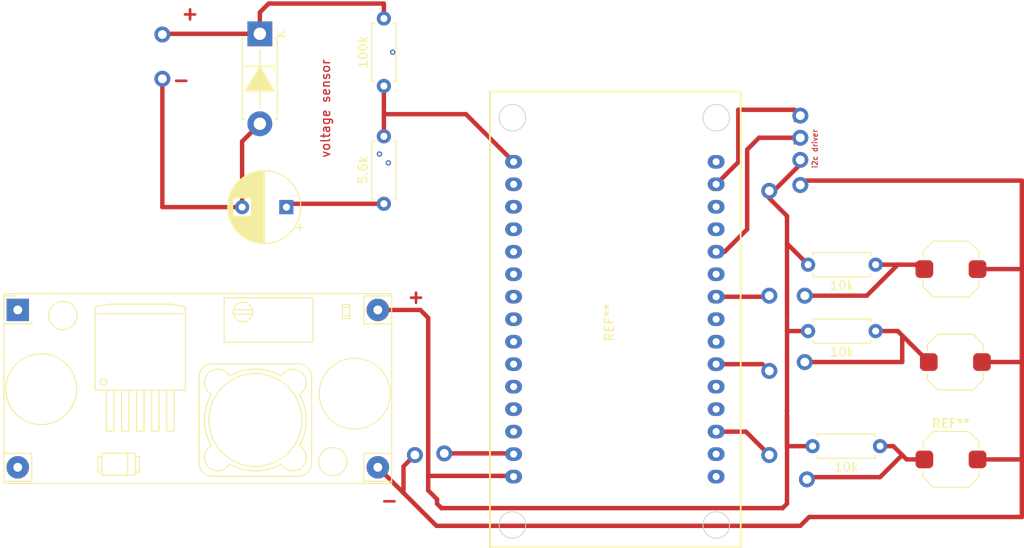
<source format=kicad_pcb>
(kicad_pcb (version 20240108) (generator "pcbnew") (generator_version "8.0")
  (layers (0 "F.Cu" signal) (31 "B.Cu" signal) (34 "B.Paste" user) (35 "F.Paste" user) (36 "B.SilkS" user "B.Silkscreen") (37 "F.SilkS" user "F.Silkscreen") (38 "B.Mask" user) (39 "F.Mask" user) (44 "Edge.Cuts" user))
  (net 0 "")
  (footprint "Resistor_THT:R_Axial_DIN0207_L6.3mm_D2.5mm_P7.62mm_Horizontal" (layer "F.Cu") (at 94 97.62 90)
    (property "Reference" "5.6k" (at 3.81 -2.37 -90) (layer "F.SilkS"))
    (property "Value" "R")
    (fp_line (start 7.08 -1.37) (end 7.08 -1.04) (stroke (width 0.12)) (layer "F.SilkS"))
    (fp_line (start 0.54 -1.37) (end 7.08 -1.37) (stroke (width 0.12)) (layer "F.SilkS"))
    (fp_line (start 0.54 -1.04) (end 0.54 -1.37) (stroke (width 0.12)) (layer "F.SilkS"))
    (fp_line (start 0.54 1.04) (end 0.54 1.37) (stroke (width 0.12)) (layer "F.SilkS"))
    (fp_line (start 7.08 1.37) (end 7.08 1.04) (stroke (width 0.12)) (layer "F.SilkS"))
    (fp_line (start 0.54 1.37) (end 7.08 1.37) (stroke (width 0.12)) (layer "F.SilkS"))
    (pad "1" thru_hole circle (at 0 0 90) (size 1.6 1.6) (drill 0.8) (layers "*.Cu" "*.Mask"))
    (pad "2" thru_hole oval (at 7.62 0 90) (size 1.6 1.6) (drill 0.8) (layers "*.Cu" "*.Mask"))
  )
  (footprint "Button_Switch_SMD:SW_Push_1TS009xxxx-xxxx-xxxx_6x6x5mm" (layer "F.Cu") (at 158 105)
    (property "Reference" "REF**" (hide yes))
    (property "Value" "btn1")
    (fp_line (start -3.15 -1.981) (end -2 -3.15) (stroke (width 0.12)) (layer "F.SilkS"))
    (fp_line (start -3.15 -1.3) (end -3.15 -1.981) (stroke (width 0.12)) (layer "F.SilkS"))
    (fp_line (start -3.15 1.3) (end -3.15 2) (stroke (width 0.12)) (layer "F.SilkS"))
    (fp_line (start -3.15 2) (end -2 3.15) (stroke (width 0.12)) (layer "F.SilkS"))
    (fp_line (start -2 -3.15) (end 2 -3.15) (stroke (width 0.12)) (layer "F.SilkS"))
    (fp_line (start -2 3.15) (end 2 3.15) (stroke (width 0.12)) (layer "F.SilkS"))
    (fp_line (start 2 -3.15) (end 3.15 -2) (stroke (width 0.12)) (layer "F.SilkS"))
    (fp_line (start 2 3.15) (end 3.15 2) (stroke (width 0.12)) (layer "F.SilkS"))
    (fp_line (start 3.15 -2) (end 3.15 -1.3) (stroke (width 0.12)) (layer "F.SilkS"))
    (fp_line (start 3.15 2) (end 3.15 1.3) (stroke (width 0.12)) (layer "F.SilkS"))
    (pad "1" smd roundrect (at -3 0) (size 2 2) (layers "F.Cu" "F.Paste" "F.Mask"))
    (pad "2" smd roundrect (at 3 0) (size 2 2) (layers "F.Cu" "F.Paste" "F.Mask"))
  )
  (footprint "Capacitor_THT:CP_Radial_D8.0mm_P5.00mm" (layer "F.Cu") (at 83 98 180)
    (property "Reference" "REF1" (hide yes))
    (property "Value" "c 100uf")
    (fp_line (start 6.581 -0.533) (end 6.581 0.533) (stroke (width 0.12)) (layer "F.SilkS"))
    (fp_line (start 6.541 -0.768) (end 6.541 0.768) (stroke (width 0.12)) (layer "F.SilkS"))
    (fp_line (start 6.501 -0.948) (end 6.501 0.948) (stroke (width 0.12)) (layer "F.SilkS"))
    (fp_line (start 6.461 -1.098) (end 6.461 1.098) (stroke (width 0.12)) (layer "F.SilkS"))
    (fp_line (start 6.421 -1.229) (end 6.421 1.229) (stroke (width 0.12)) (layer "F.SilkS"))
    (fp_line (start 6.381 -1.346) (end 6.381 1.346) (stroke (width 0.12)) (layer "F.SilkS"))
    (fp_line (start 6.341 -1.453) (end 6.341 1.453) (stroke (width 0.12)) (layer "F.SilkS"))
    (fp_line (start 6.301 -1.552) (end 6.301 1.552) (stroke (width 0.12)) (layer "F.SilkS"))
    (fp_line (start 6.261 -1.645) (end 6.261 1.645) (stroke (width 0.12)) (layer "F.SilkS"))
    (fp_line (start 6.221 -1.731) (end 6.221 1.731) (stroke (width 0.12)) (layer "F.SilkS"))
    (fp_line (start 6.181 -1.813) (end 6.181 1.813) (stroke (width 0.12)) (layer "F.SilkS"))
    (fp_line (start 6.141 -1.89) (end 6.141 1.89) (stroke (width 0.12)) (layer "F.SilkS"))
    (fp_line (start 6.101 -1.964) (end 6.101 1.964) (stroke (width 0.12)) (layer "F.SilkS"))
    (fp_line (start 6.061 -2.034) (end 6.061 2.034) (stroke (width 0.12)) (layer "F.SilkS"))
    (fp_line (start 6.021 1.04) (end 6.021 2.102) (stroke (width 0.12)) (layer "F.SilkS"))
    (fp_line (start 6.021 -2.102) (end 6.021 -1.04) (stroke (width 0.12)) (layer "F.SilkS"))
    (fp_line (start 5.981 1.04) (end 5.981 2.166) (stroke (width 0.12)) (layer "F.SilkS"))
    (fp_line (start 5.981 -2.166) (end 5.981 -1.04) (stroke (width 0.12)) (layer "F.SilkS"))
    (fp_line (start 5.941 1.04) (end 5.941 2.228) (stroke (width 0.12)) (layer "F.SilkS"))
    (fp_line (start 5.941 -2.228) (end 5.941 -1.04) (stroke (width 0.12)) (layer "F.SilkS"))
    (fp_line (start 5.901 1.04) (end 5.901 2.287) (stroke (width 0.12)) (layer "F.SilkS"))
    (fp_line (start 5.901 -2.287) (end 5.901 -1.04) (stroke (width 0.12)) (layer "F.SilkS"))
    (fp_line (start 5.861 1.04) (end 5.861 2.345) (stroke (width 0.12)) (layer "F.SilkS"))
    (fp_line (start 5.861 -2.345) (end 5.861 -1.04) (stroke (width 0.12)) (layer "F.SilkS"))
    (fp_line (start 5.821 1.04) (end 5.821 2.4) (stroke (width 0.12)) (layer "F.SilkS"))
    (fp_line (start 5.821 -2.4) (end 5.821 -1.04) (stroke (width 0.12)) (layer "F.SilkS"))
    (fp_line (start 5.781 1.04) (end 5.781 2.454) (stroke (width 0.12)) (layer "F.SilkS"))
    (fp_line (start 5.781 -2.454) (end 5.781 -1.04) (stroke (width 0.12)) (layer "F.SilkS"))
    (fp_line (start 5.741 1.04) (end 5.741 2.505) (stroke (width 0.12)) (layer "F.SilkS"))
    (fp_line (start 5.741 -2.505) (end 5.741 -1.04) (stroke (width 0.12)) (layer "F.SilkS"))
    (fp_line (start 5.701 1.04) (end 5.701 2.556) (stroke (width 0.12)) (layer "F.SilkS"))
    (fp_line (start 5.701 -2.556) (end 5.701 -1.04) (stroke (width 0.12)) (layer "F.SilkS"))
    (fp_line (start 5.661 1.04) (end 5.661 2.604) (stroke (width 0.12)) (layer "F.SilkS"))
    (fp_line (start 5.661 -2.604) (end 5.661 -1.04) (stroke (width 0.12)) (layer "F.SilkS"))
    (fp_line (start 5.621 1.04) (end 5.621 2.651) (stroke (width 0.12)) (layer "F.SilkS"))
    (fp_line (start 5.621 -2.651) (end 5.621 -1.04) (stroke (width 0.12)) (layer "F.SilkS"))
    (fp_line (start 5.581 1.04) (end 5.581 2.697) (stroke (width 0.12)) (layer "F.SilkS"))
    (fp_line (start 5.581 -2.697) (end 5.581 -1.04) (stroke (width 0.12)) (layer "F.SilkS"))
    (fp_line (start 5.541 1.04) (end 5.541 2.741) (stroke (width 0.12)) (layer "F.SilkS"))
    (fp_line (start 5.541 -2.741) (end 5.541 -1.04) (stroke (width 0.12)) (layer "F.SilkS"))
    (fp_line (start 5.501 1.04) (end 5.501 2.784) (stroke (width 0.12)) (layer "F.SilkS"))
    (fp_line (start 5.501 -2.784) (end 5.501 -1.04) (stroke (width 0.12)) (layer "F.SilkS"))
    (fp_line (start 5.461 1.04) (end 5.461 2.826) (stroke (width 0.12)) (layer "F.SilkS"))
    (fp_line (start 5.461 -2.826) (end 5.461 -1.04) (stroke (width 0.12)) (layer "F.SilkS"))
    (fp_line (start 5.421 1.04) (end 5.421 2.867) (stroke (width 0.12)) (layer "F.SilkS"))
    (fp_line (start 5.421 -2.867) (end 5.421 -1.04) (stroke (width 0.12)) (layer "F.SilkS"))
    (fp_line (start 5.381 1.04) (end 5.381 2.907) (stroke (width 0.12)) (layer "F.SilkS"))
    (fp_line (start 5.381 -2.907) (end 5.381 -1.04) (stroke (width 0.12)) (layer "F.SilkS"))
    (fp_line (start 5.341 1.04) (end 5.341 2.945) (stroke (width 0.12)) (layer "F.SilkS"))
    (fp_line (start 5.341 -2.945) (end 5.341 -1.04) (stroke (width 0.12)) (layer "F.SilkS"))
    (fp_line (start 5.301 1.04) (end 5.301 2.983) (stroke (width 0.12)) (layer "F.SilkS"))
    (fp_line (start 5.301 -2.983) (end 5.301 -1.04) (stroke (width 0.12)) (layer "F.SilkS"))
    (fp_line (start 5.261 1.04) (end 5.261 3.019) (stroke (width 0.12)) (layer "F.SilkS"))
    (fp_line (start 5.261 -3.019) (end 5.261 -1.04) (stroke (width 0.12)) (layer "F.SilkS"))
    (fp_line (start 5.221 1.04) (end 5.221 3.055) (stroke (width 0.12)) (layer "F.SilkS"))
    (fp_line (start 5.221 -3.055) (end 5.221 -1.04) (stroke (width 0.12)) (layer "F.SilkS"))
    (fp_line (start 5.181 1.04) (end 5.181 3.09) (stroke (width 0.12)) (layer "F.SilkS"))
    (fp_line (start 5.181 -3.09) (end 5.181 -1.04) (stroke (width 0.12)) (layer "F.SilkS"))
    (fp_line (start 5.141 1.04) (end 5.141 3.124) (stroke (width 0.12)) (layer "F.SilkS"))
    (fp_line (start 5.141 -3.124) (end 5.141 -1.04) (stroke (width 0.12)) (layer "F.SilkS"))
    (fp_line (start 5.101 1.04) (end 5.101 3.156) (stroke (width 0.12)) (layer "F.SilkS"))
    (fp_line (start 5.101 -3.156) (end 5.101 -1.04) (stroke (width 0.12)) (layer "F.SilkS"))
    (fp_line (start 5.061 1.04) (end 5.061 3.189) (stroke (width 0.12)) (layer "F.SilkS"))
    (fp_line (start 5.061 -3.189) (end 5.061 -1.04) (stroke (width 0.12)) (layer "F.SilkS"))
    (fp_line (start 5.021 1.04) (end 5.021 3.22) (stroke (width 0.12)) (layer "F.SilkS"))
    (fp_line (start 5.021 -3.22) (end 5.021 -1.04) (stroke (width 0.12)) (layer "F.SilkS"))
    (fp_line (start 4.981 1.04) (end 4.981 3.25) (stroke (width 0.12)) (layer "F.SilkS"))
    (fp_line (start 4.981 -3.25) (end 4.981 -1.04) (stroke (width 0.12)) (layer "F.SilkS"))
    (fp_line (start 4.941 1.04) (end 4.941 3.28) (stroke (width 0.12)) (layer "F.SilkS"))
    (fp_line (start 4.941 -3.28) (end 4.941 -1.04) (stroke (width 0.12)) (layer "F.SilkS"))
    (fp_line (start 4.901 1.04) (end 4.901 3.309) (stroke (width 0.12)) (layer "F.SilkS"))
    (fp_line (start 4.901 -3.309) (end 4.901 -1.04) (stroke (width 0.12)) (layer "F.SilkS"))
    (fp_line (start 4.861 1.04) (end 4.861 3.338) (stroke (width 0.12)) (layer "F.SilkS"))
    (fp_line (start 4.861 -3.338) (end 4.861 -1.04) (stroke (width 0.12)) (layer "F.SilkS"))
    (fp_line (start 4.821 1.04) (end 4.821 3.365) (stroke (width 0.12)) (layer "F.SilkS"))
    (fp_line (start 4.821 -3.365) (end 4.821 -1.04) (stroke (width 0.12)) (layer "F.SilkS"))
    (fp_line (start 4.781 1.04) (end 4.781 3.392) (stroke (width 0.12)) (layer "F.SilkS"))
    (fp_line (start 4.781 -3.392) (end 4.781 -1.04) (stroke (width 0.12)) (layer "F.SilkS"))
    (fp_line (start 4.741 1.04) (end 4.741 3.418) (stroke (width 0.12)) (layer "F.SilkS"))
    (fp_line (start 4.741 -3.418) (end 4.741 -1.04) (stroke (width 0.12)) (layer "F.SilkS"))
    (fp_line (start 4.701 1.04) (end 4.701 3.444) (stroke (width 0.12)) (layer "F.SilkS"))
    (fp_line (start 4.701 -3.444) (end 4.701 -1.04) (stroke (width 0.12)) (layer "F.SilkS"))
    (fp_line (start 4.661 1.04) (end 4.661 3.469) (stroke (width 0.12)) (layer "F.SilkS"))
    (fp_line (start 4.661 -3.469) (end 4.661 -1.04) (stroke (width 0.12)) (layer "F.SilkS"))
    (fp_line (start 4.621 1.04) (end 4.621 3.493) (stroke (width 0.12)) (layer "F.SilkS"))
    (fp_line (start 4.621 -3.493) (end 4.621 -1.04) (stroke (width 0.12)) (layer "F.SilkS"))
    (fp_line (start 4.581 1.04) (end 4.581 3.517) (stroke (width 0.12)) (layer "F.SilkS"))
    (fp_line (start 4.581 -3.517) (end 4.581 -1.04) (stroke (width 0.12)) (layer "F.SilkS"))
    (fp_line (start 4.541 1.04) (end 4.541 3.54) (stroke (width 0.12)) (layer "F.SilkS"))
    (fp_line (start 4.541 -3.54) (end 4.541 -1.04) (stroke (width 0.12)) (layer "F.SilkS"))
    (fp_line (start 4.501 1.04) (end 4.501 3.562) (stroke (width 0.12)) (layer "F.SilkS"))
    (fp_line (start 4.501 -3.562) (end 4.501 -1.04) (stroke (width 0.12)) (layer "F.SilkS"))
    (fp_line (start 4.461 1.04) (end 4.461 3.584) (stroke (width 0.12)) (layer "F.SilkS"))
    (fp_line (start 4.461 -3.584) (end 4.461 -1.04) (stroke (width 0.12)) (layer "F.SilkS"))
    (fp_line (start 4.421 1.04) (end 4.421 3.606) (stroke (width 0.12)) (layer "F.SilkS"))
    (fp_line (start 4.421 -3.606) (end 4.421 -1.04) (stroke (width 0.12)) (layer "F.SilkS"))
    (fp_line (start 4.381 1.04) (end 4.381 3.627) (stroke (width 0.12)) (layer "F.SilkS"))
    (fp_line (start 4.381 -3.627) (end 4.381 -1.04) (stroke (width 0.12)) (layer "F.SilkS"))
    (fp_line (start 4.341 1.04) (end 4.341 3.647) (stroke (width 0.12)) (layer "F.SilkS"))
    (fp_line (start 4.341 -3.647) (end 4.341 -1.04) (stroke (width 0.12)) (layer "F.SilkS"))
    (fp_line (start 4.301 1.04) (end 4.301 3.666) (stroke (width 0.12)) (layer "F.SilkS"))
    (fp_line (start 4.301 -3.666) (end 4.301 -1.04) (stroke (width 0.12)) (layer "F.SilkS"))
    (fp_line (start 4.261 1.04) (end 4.261 3.686) (stroke (width 0.12)) (layer "F.SilkS"))
    (fp_line (start 4.261 -3.686) (end 4.261 -1.04) (stroke (width 0.12)) (layer "F.SilkS"))
    (fp_line (start 4.221 1.04) (end 4.221 3.704) (stroke (width 0.12)) (layer "F.SilkS"))
    (fp_line (start 4.221 -3.704) (end 4.221 -1.04) (stroke (width 0.12)) (layer "F.SilkS"))
    (fp_line (start 4.181 1.04) (end 4.181 3.722) (stroke (width 0.12)) (layer "F.SilkS"))
    (fp_line (start 4.181 -3.722) (end 4.181 -1.04) (stroke (width 0.12)) (layer "F.SilkS"))
    (fp_line (start 4.141 1.04) (end 4.141 3.74) (stroke (width 0.12)) (layer "F.SilkS"))
    (fp_line (start 4.141 -3.74) (end 4.141 -1.04) (stroke (width 0.12)) (layer "F.SilkS"))
    (fp_line (start 4.101 1.04) (end 4.101 3.757) (stroke (width 0.12)) (layer "F.SilkS"))
    (fp_line (start 4.101 -3.757) (end 4.101 -1.04) (stroke (width 0.12)) (layer "F.SilkS"))
    (fp_line (start 4.061 1.04) (end 4.061 3.774) (stroke (width 0.12)) (layer "F.SilkS"))
    (fp_line (start 4.061 -3.774) (end 4.061 -1.04) (stroke (width 0.12)) (layer "F.SilkS"))
    (fp_line (start 4.021 1.04) (end 4.021 3.79) (stroke (width 0.12)) (layer "F.SilkS"))
    (fp_line (start 4.021 -3.79) (end 4.021 -1.04) (stroke (width 0.12)) (layer "F.SilkS"))
    (fp_line (start 3.981 1.04) (end 3.981 3.805) (stroke (width 0.12)) (layer "F.SilkS"))
    (fp_line (start 3.981 -3.805) (end 3.981 -1.04) (stroke (width 0.12)) (layer "F.SilkS"))
    (fp_line (start 3.941 -3.821) (end 3.941 3.821) (stroke (width 0.12)) (layer "F.SilkS"))
    (fp_line (start 3.901 -3.835) (end 3.901 3.835) (stroke (width 0.12)) (layer "F.SilkS"))
    (fp_line (start 3.861 -3.85) (end 3.861 3.85) (stroke (width 0.12)) (layer "F.SilkS"))
    (fp_line (start 3.821 -3.863) (end 3.821 3.863) (stroke (width 0.12)) (layer "F.SilkS"))
    (fp_line (start 3.781 -3.877) (end 3.781 3.877) (stroke (width 0.12)) (layer "F.SilkS"))
    (fp_line (start 3.741 -3.889) (end 3.741 3.889) (stroke (width 0.12)) (layer "F.SilkS"))
    (fp_line (start 3.701 -3.902) (end 3.701 3.902) (stroke (width 0.12)) (layer "F.SilkS"))
    (fp_line (start 3.661 -3.914) (end 3.661 3.914) (stroke (width 0.12)) (layer "F.SilkS"))
    (fp_line (start 3.621 -3.925) (end 3.621 3.925) (stroke (width 0.12)) (layer "F.SilkS"))
    (fp_line (start 3.581 -3.936) (end 3.581 3.936) (stroke (width 0.12)) (layer "F.SilkS"))
    (fp_line (start 3.541 -3.947) (end 3.541 3.947) (stroke (width 0.12)) (layer "F.SilkS"))
    (fp_line (start 3.501 -3.957) (end 3.501 3.957) (stroke (width 0.12)) (layer "F.SilkS"))
    (fp_line (start 3.461 -3.967) (end 3.461 3.967) (stroke (width 0.12)) (layer "F.SilkS"))
    (fp_line (start 3.421 -3.976) (end 3.421 3.976) (stroke (width 0.12)) (layer "F.SilkS"))
    (fp_line (start 3.381 -3.985) (end 3.381 3.985) (stroke (width 0.12)) (layer "F.SilkS"))
    (fp_line (start 3.341 -3.994) (end 3.341 3.994) (stroke (width 0.12)) (layer "F.SilkS"))
    (fp_line (start 3.301 -4.002) (end 3.301 4.002) (stroke (width 0.12)) (layer "F.SilkS"))
    (fp_line (start 3.261 -4.01) (end 3.261 4.01) (stroke (width 0.12)) (layer "F.SilkS"))
    (fp_line (start 3.221 -4.017) (end 3.221 4.017) (stroke (width 0.12)) (layer "F.SilkS"))
    (fp_line (start 3.18 -4.024) (end 3.18 4.024) (stroke (width 0.12)) (layer "F.SilkS"))
    (fp_line (start 3.14 -4.03) (end 3.14 4.03) (stroke (width 0.12)) (layer "F.SilkS"))
    (fp_line (start 3.1 -4.037) (end 3.1 4.037) (stroke (width 0.12)) (layer "F.SilkS"))
    (fp_line (start 3.06 -4.042) (end 3.06 4.042) (stroke (width 0.12)) (layer "F.SilkS"))
    (fp_line (start 3.02 -4.048) (end 3.02 4.048) (stroke (width 0.12)) (layer "F.SilkS"))
    (fp_line (start 2.98 -4.052) (end 2.98 4.052) (stroke (width 0.12)) (layer "F.SilkS"))
    (fp_line (start 2.94 -4.057) (end 2.94 4.057) (stroke (width 0.12)) (layer "F.SilkS"))
    (fp_line (start 2.9 -4.061) (end 2.9 4.061) (stroke (width 0.12)) (layer "F.SilkS"))
    (fp_line (start 2.86 -4.065) (end 2.86 4.065) (stroke (width 0.12)) (layer "F.SilkS"))
    (fp_line (start 2.82 -4.068) (end 2.82 4.068) (stroke (width 0.12)) (layer "F.SilkS"))
    (fp_line (start 2.78 -4.071) (end 2.78 4.071) (stroke (width 0.12)) (layer "F.SilkS"))
    (fp_line (start 2.74 -4.074) (end 2.74 4.074) (stroke (width 0.12)) (layer "F.SilkS"))
    (fp_line (start 2.7 -4.076) (end 2.7 4.076) (stroke (width 0.12)) (layer "F.SilkS"))
    (fp_line (start 2.66 -4.077) (end 2.66 4.077) (stroke (width 0.12)) (layer "F.SilkS"))
    (fp_line (start 2.62 -4.079) (end 2.62 4.079) (stroke (width 0.12)) (layer "F.SilkS"))
    (fp_line (start 2.58 -4.08) (end 2.58 4.08) (stroke (width 0.12)) (layer "F.SilkS"))
    (fp_line (start 2.54 -4.08) (end 2.54 4.08) (stroke (width 0.12)) (layer "F.SilkS"))
    (fp_line (start 2.5 -4.08) (end 2.5 4.08) (stroke (width 0.12)) (layer "F.SilkS"))
    (fp_line (start -1.509698 -2.715) (end -1.509698 -1.915) (stroke (width 0.12)) (layer "F.SilkS"))
    (fp_line (start -1.909698 -2.315) (end -1.109698 -2.315) (stroke (width 0.12)) (layer "F.SilkS"))
    (fp_circle (center 2.5 0) (end 6.62 0) (stroke (width 0.12)) (fill none) (layer "F.SilkS"))
    (pad "1" thru_hole rect (at 0 0 180) (size 1.6 1.6) (drill 0.8) (layers "*.Cu" "*.Mask"))
    (pad "2" thru_hole circle (at 5 0 180) (size 1.6 1.6) (drill 0.8) (layers "*.Cu" "*.Mask"))
  )
  (footprint "lm2596:YAAJ_DCDC_StepDown_LM2596" (layer "F.Cu") (at 52.68 109.61)
    (property "Reference" "REF**" (hide yes))
    (property "Value" "LM2596")
    (fp_line (start -1.555 -1.835) (end -1.555 19.615) (stroke (width 0.12)) (layer "F.SilkS"))
    (fp_line (start -1.555 19.615) (end 42.195 19.615) (stroke (width 0.12)) (layer "F.SilkS"))
    (fp_line (start -1.55 -1.58) (end -0.25 -1.58) (stroke (width 0.12)) (layer "F.SilkS"))
    (fp_line (start -1.55 1.575) (end 1.58 1.58) (stroke (width 0.12)) (layer "F.SilkS"))
    (fp_line (start -1.55 16.2) (end 1.58 16.2) (stroke (width 0.12)) (layer "F.SilkS"))
    (fp_line (start -1.55 19.36) (end 1.58 19.36) (stroke (width 0.12)) (layer "F.SilkS"))
    (fp_line (start 1.58 1.27) (end 1.58 1.58) (stroke (width 0.12)) (layer "F.SilkS"))
    (fp_line (start 1.58 16.2) (end 1.58 19.36) (stroke (width 0.12)) (layer "F.SilkS"))
    (fp_line (start 8.749233 1.004149) (end 8.749233 1.165687) (stroke (width 0.12)) (layer "F.SilkS"))
    (fp_line (start 8.750233 -0.36239) (end 10.400233 -0.653329) (stroke (width 0.12)) (layer "F.SilkS"))
    (fp_line (start 8.750233 8.989106) (end 8.750233 -0.36239) (stroke (width 0.12)) (layer "F.SilkS"))
    (fp_line (start 8.750233 8.989106) (end 8.827797 9.06667) (stroke (width 0.12)) (layer "F.SilkS"))
    (fp_line (start 8.827797 9.06667) (end 18.83267 9.06667) (stroke (width 0.12)) (layer "F.SilkS"))
    (fp_line (start 9.031636 16.558217) (end 9.481636 16.558217) (stroke (width 0.12)) (layer "F.SilkS"))
    (fp_line (start 9.031636 18.308217) (end 9.031636 16.558217) (stroke (width 0.12)) (layer "F.SilkS"))
    (fp_line (start 9.481636 18.308217) (end 9.031636 18.308217) (stroke (width 0.12)) (layer "F.SilkS"))
    (fp_line (start 9.481636 18.583217) (end 9.481636 16.283217) (stroke (width 0.12)) (layer "F.SilkS"))
    (fp_line (start 9.581636 16.183217) (end 13.181636 16.183217) (stroke (width 0.12)) (layer "F.SilkS"))
    (fp_line (start 10.010233 13.69667) (end 10.010233 9.06667) (stroke (width 0.12)) (layer "F.SilkS"))
    (fp_line (start 10.010233 13.69667) (end 10.850233 13.69667) (stroke (width 0.12)) (layer "F.SilkS"))
    (fp_line (start 10.400233 -0.653329) (end 17.260233 -0.653329) (stroke (width 0.12)) (layer "F.SilkS"))
    (fp_line (start 10.850233 13.69667) (end 10.850233 9.06667) (stroke (width 0.12)) (layer "F.SilkS"))
    (fp_line (start 11.710233 13.69667) (end 11.710233 9.06667) (stroke (width 0.12)) (layer "F.SilkS"))
    (fp_line (start 11.710233 13.69667) (end 12.550233 13.69667) (stroke (width 0.12)) (layer "F.SilkS"))
    (fp_line (start 12.411358 16.283217) (end 12.411358 18.583217) (stroke (width 0.12)) (layer "F.SilkS"))
    (fp_line (start 12.550233 13.69667) (end 12.550233 9.06667) (stroke (width 0.12)) (layer "F.SilkS"))
    (fp_line (start 13.181636 18.683217) (end 9.581636 18.683217) (stroke (width 0.12)) (layer "F.SilkS"))
    (fp_line (start 13.281636 16.283217) (end 13.281636 18.583217) (stroke (width 0.12)) (layer "F.SilkS"))
    (fp_line (start 13.281636 16.558217) (end 13.731636 16.558217) (stroke (width 0.12)) (layer "F.SilkS"))
    (fp_line (start 13.282636 16.794696) (end 13.282636 16.700144) (stroke (width 0.12)) (layer "F.SilkS"))
    (fp_line (start 13.410233 13.69667) (end 13.410233 9.06667) (stroke (width 0.12)) (layer "F.SilkS"))
    (fp_line (start 13.410233 13.69667) (end 14.250233 13.69667) (stroke (width 0.12)) (layer "F.SilkS"))
    (fp_line (start 13.731636 16.558217) (end 13.731636 18.308217) (stroke (width 0.12)) (layer "F.SilkS"))
    (fp_line (start 13.731636 18.308217) (end 13.281636 18.308217) (stroke (width 0.12)) (layer "F.SilkS"))
    (fp_line (start 14.250233 13.69667) (end 14.250233 9.06667) (stroke (width 0.12)) (layer "F.SilkS"))
    (fp_line (start 15.110233 13.69667) (end 15.110233 9.06667) (stroke (width 0.12)) (layer "F.SilkS"))
    (fp_line (start 15.110233 13.69667) (end 15.950233 13.69667) (stroke (width 0.12)) (layer "F.SilkS"))
    (fp_line (start 15.950233 13.69667) (end 15.950233 9.06667) (stroke (width 0.12)) (layer "F.SilkS"))
    (fp_line (start 16.810233 13.69667) (end 16.810233 9.06667) (stroke (width 0.12)) (layer "F.SilkS"))
    (fp_line (start 16.810233 13.69667) (end 17.650233 13.69667) (stroke (width 0.12)) (layer "F.SilkS"))
    (fp_line (start 17.260233 -0.653329) (end 18.910233 -0.36239) (stroke (width 0.12)) (layer "F.SilkS"))
    (fp_line (start 17.650233 13.69667) (end 17.650233 9.06667) (stroke (width 0.12)) (layer "F.SilkS"))
    (fp_line (start 18.83267 9.06667) (end 18.910233 8.989106) (stroke (width 0.12)) (layer "F.SilkS"))
    (fp_line (start 18.910233 0.42667) (end 8.750233 0.42667) (stroke (width 0.12)) (layer "F.SilkS"))
    (fp_line (start 18.910233 8.989106) (end 18.910233 -0.36239) (stroke (width 0.12)) (layer "F.SilkS"))
    (fp_line (start 20.467397 7.585796) (end 20.467397 17.285796) (stroke (width 0.12)) (layer "F.SilkS"))
    (fp_line (start 21.967397 18.785796) (end 31.667397 18.785796) (stroke (width 0.12)) (layer "F.SilkS"))
    (fp_line (start 23.299783 3.582294) (end 23.299783 -1.317705) (stroke (width 0.12)) (layer "F.SilkS"))
    (fp_line (start 23.349783 -1.367705) (end 33.249783 -1.367705) (stroke (width 0.12)) (layer "F.SilkS"))
    (fp_line (start 24.336385 -0.0491) (end 24.360553 -0.017705) (stroke (width 0.12)) (layer "F.SilkS"))
    (fp_line (start 24.348594 0.007294) (end 24.324147 0.002062) (stroke (width 0.12)) (layer "F.SilkS"))
    (fp_line (start 24.348594 0.007294) (end 24.355764 -0.023925) (stroke (width 0.12)) (layer "F.SilkS"))
    (fp_line (start 24.348594 0.007294) (end 24.360553 -0.017705) (stroke (width 0.12)) (layer "F.SilkS"))
    (fp_line (start 24.360553 0.482294) (end 26.439014 0.482294) (stroke (width 0.12)) (layer "F.SilkS"))
    (fp_line (start 26.439014 -0.017705) (end 24.360553 -0.017705) (stroke (width 0.12)) (layer "F.SilkS"))
    (fp_line (start 31.667397 6.085796) (end 21.967397 6.085796) (stroke (width 0.12)) (layer "F.SilkS"))
    (fp_line (start 31.858978 -1.368705) (end 31.814106 -1.368705) (stroke (width 0.12)) (layer "F.SilkS"))
    (fp_line (start 31.942312 -1.368705) (end 31.908357 -1.368705) (stroke (width 0.12)) (layer "F.SilkS"))
    (fp_line (start 33.167397 17.285796) (end 33.167397 7.585796) (stroke (width 0.12)) (layer "F.SilkS"))
    (fp_line (start 33.249783 3.632294) (end 23.349783 3.632294) (stroke (width 0.12)) (layer "F.SilkS"))
    (fp_line (start 33.299783 -1.317705) (end 33.299783 3.582294) (stroke (width 0.12)) (layer "F.SilkS"))
    (fp_line (start 36.648681 -0.299704) (end 37.448681 -0.299704) (stroke (width 0.12)) (layer "F.SilkS"))
    (fp_line (start 36.648681 0.980295) (end 36.648681 -0.619704) (stroke (width 0.12)) (layer "F.SilkS"))
    (fp_line (start 37.448681 -0.619704) (end 36.648681 -0.619704) (stroke (width 0.12)) (layer "F.SilkS"))
    (fp_line (start 37.448681 -0.619704) (end 37.448681 0.980295) (stroke (width 0.12)) (layer "F.SilkS"))
    (fp_line (start 37.448681 0.660295) (end 36.648681 0.660295) (stroke (width 0.12)) (layer "F.SilkS"))
    (fp_line (start 37.448681 0.980295) (end 36.648681 0.980295) (stroke (width 0.12)) (layer "F.SilkS"))
    (fp_line (start 39.06 -1.58) (end 42.175 -1.58) (stroke (width 0.12)) (layer "F.SilkS"))
    (fp_line (start 39.06 1.58) (end 39.06 -1.58) (stroke (width 0.12)) (layer "F.SilkS"))
    (fp_line (start 39.06 1.58) (end 42.22 1.58) (stroke (width 0.12)) (layer "F.SilkS"))
    (fp_line (start 39.06 16.2) (end 42.175 16.2) (stroke (width 0.12)) (layer "F.SilkS"))
    (fp_line (start 39.06 19.36) (end 39.06 16.2) (stroke (width 0.12)) (layer "F.SilkS"))
    (fp_line (start 39.06 19.36) (end 42.175 19.36) (stroke (width 0.12)) (layer "F.SilkS"))
    (fp_line (start 42.195 -1.835) (end -1.555 -1.835) (stroke (width 0.12)) (layer "F.SilkS"))
    (fp_line (start 42.195 19.615) (end 42.195 -1.835) (stroke (width 0.12)) (layer "F.SilkS"))
    (fp_arc (start 9.481636 16.283217) (mid 9.510921 16.212508) (end 9.581636 16.183217) (stroke (width 0.12)) (layer "F.SilkS"))
    (fp_arc (start 9.581636 18.683217) (mid 9.510896 18.653941) (end 9.481636 18.583217) (stroke (width 0.12)) (layer "F.SilkS"))
    (fp_arc (start 13.181636 16.183217) (mid 13.252317 16.21252) (end 13.281636 16.283217) (stroke (width 0.12)) (layer "F.SilkS"))
    (fp_arc (start 13.281636 18.583217) (mid 13.252343 18.653929) (end 13.181636 18.683217) (stroke (width 0.12)) (layer "F.SilkS"))
    (fp_arc (start 20.467397 7.585796) (mid 20.906738 6.525137) (end 21.967397 6.085796) (stroke (width 0.12)) (layer "F.SilkS"))
    (fp_arc (start 21.781131 9.46601) (mid 21.825179 9.52623) (end 21.815218 9.600183) (stroke (width 0.12)) (layer "F.SilkS"))
    (fp_arc (start 21.781132 9.466011) (mid 21.514101 7.132501) (end 23.847611 7.399531) (stroke (width 0.12)) (layer "F.SilkS"))
    (fp_arc (start 21.815217 15.271409) (mid 21.825126 15.345337) (end 21.781132 15.405582) (stroke (width 0.12)) (layer "F.SilkS"))
    (fp_arc (start 21.815218 15.27141) (mid 21.067399 12.435797) (end 21.815218 9.600183) (stroke (width 0.12)) (layer "F.SilkS"))
    (fp_arc (start 21.967397 18.785796) (mid 20.90674 18.346455) (end 20.467397 17.285796) (stroke (width 0.12)) (layer "F.SilkS"))
    (fp_arc (start 23.299783 -1.317705) (mid 23.314428 -1.353063) (end 23.349783 -1.367705) (stroke (width 0.12)) (layer "F.SilkS"))
    (fp_arc (start 23.349783 3.632294) (mid 23.314441 3.617643) (end 23.299783 3.582294) (stroke (width 0.12)) (layer "F.SilkS"))
    (fp_arc (start 23.847611 17.472062) (mid 21.514153 17.739048) (end 21.781132 15.405582) (stroke (width 0.12)) (layer "F.SilkS"))
    (fp_arc (start 23.847611 17.472062) (mid 23.907831 17.428018) (end 23.981783 17.437976) (stroke (width 0.12)) (layer "F.SilkS"))
    (fp_arc (start 23.981783 7.433617) (mid 23.907854 7.443509) (end 23.847611 7.399531) (stroke (width 0.12)) (layer "F.SilkS"))
    (fp_arc (start 23.981784 7.433617) (mid 26.817398 6.685796) (end 29.653011 7.433617) (stroke (width 0.12)) (layer "F.SilkS"))
    (fp_arc (start 24.324148 0.462527) (mid 26.469639 -0.023582) (end 24.336385 0.51369) (stroke (width 0.12)) (layer "F.SilkS"))
    (fp_arc (start 29.653011 17.437976) (mid 26.817397 18.185797) (end 23.981783 17.437976) (stroke (width 0.12)) (layer "F.SilkS"))
    (fp_arc (start 29.653011 17.437976) (mid 29.726938 17.428069) (end 29.787183 17.472062) (stroke (width 0.12)) (layer "F.SilkS"))
    (fp_arc (start 29.787183 7.399531) (mid 29.726945 7.443551) (end 29.653011 7.433617) (stroke (width 0.12)) (layer "F.SilkS"))
    (fp_arc (start 29.787183 7.399531) (mid 32.120655 7.132547) (end 31.853662 9.466011) (stroke (width 0.12)) (layer "F.SilkS"))
    (fp_arc (start 31.667397 6.085796) (mid 32.728061 6.525135) (end 33.167397 7.585796) (stroke (width 0.12)) (layer "F.SilkS"))
    (fp_arc (start 31.819576 9.600183) (mid 32.567399 12.435797) (end 31.819576 15.27141) (stroke (width 0.12)) (layer "F.SilkS"))
    (fp_arc (start 31.819577 9.600184) (mid 31.809685 9.526255) (end 31.853662 9.466011) (stroke (width 0.12)) (layer "F.SilkS"))
    (fp_arc (start 31.853662 15.405582) (mid 32.120701 17.739101) (end 29.787183 17.472062) (stroke (width 0.12)) (layer "F.SilkS"))
    (fp_arc (start 31.853663 15.405583) (mid 31.809646 15.345344) (end 31.819576 15.27141) (stroke (width 0.12)) (layer "F.SilkS"))
    (fp_arc (start 33.167397 17.285796) (mid 32.728058 18.346458) (end 31.667397 18.785796) (stroke (width 0.12)) (layer "F.SilkS"))
    (fp_arc (start 33.249783 -1.367705) (mid 33.285151 -1.353067) (end 33.299783 -1.317705) (stroke (width 0.12)) (layer "F.SilkS"))
    (fp_arc (start 33.299783 3.582294) (mid 33.285139 3.617647) (end 33.249783 3.632294) (stroke (width 0.12)) (layer "F.SilkS"))
    (fp_circle (center 2.646666 8.957418) (end 6.646666 8.957418) (stroke (width 0.12)) (fill none) (layer "F.SilkS"))
    (fp_circle (center 5.08 0.635) (end 6.678999 0.635) (stroke (width 0.12)) (fill none) (layer "F.SilkS"))
    (fp_circle (center 9.673179 8.154594) (end 10.048179 8.154594) (stroke (width 0.12)) (fill none) (layer "F.SilkS"))
    (fp_circle (center 26.817397 12.435796) (end 32.067397 12.435796) (stroke (width 0.12)) (fill none) (layer "F.SilkS"))
    (fp_circle (center 35.56 17.145) (end 37.159 17.145) (stroke (width 0.12)) (fill none) (layer "F.SilkS"))
    (fp_circle (center 38.029307 9.455206) (end 42.029307 9.455206) (stroke (width 0.12)) (fill none) (layer "F.SilkS"))
    (pad "1" thru_hole rect (at 0 0) (size 2.54 2.54) (drill 1) (layers "*.Cu" "*.Mask"))
    (pad "2" thru_hole circle (at 0 17.78) (size 2.54 2.54) (drill 1) (layers "*.Cu" "*.Mask"))
    (pad "3" thru_hole circle (at 40.64 17.78) (size 2.54 2.54) (drill 1) (layers "*.Cu" "*.Mask"))
    (pad "4" thru_hole circle (at 40.64 0) (size 2.54 2.54) (drill 1) (layers "*.Cu" "*.Mask"))
  )
  (footprint "esp332:ESP_Test (1)" (layer "F.Cu") (at 119.94 111.04 90)
    (property "Reference" "REF**" (at 0 -0.5 90) (layer "F.SilkS"))
    (property "Value" "ESP_Test")
    (fp_rect (start -25.4 -13.97) (end 26.1 14.33) (stroke (width 0.2)) (fill none) (layer "F.SilkS"))
    (fp_circle (center 23.14 -11.43) (end 24.64 -11.43) (stroke (width 0.1)) (fill none) (layer "Edge.Cuts"))
    (fp_circle (center -22.86 -11.43) (end -21.36 -11.43) (stroke (width 0.1)) (fill none) (layer "Edge.Cuts"))
    (fp_circle (center 23.14 11.57) (end 24.64 11.57) (stroke (width 0.1)) (fill none) (layer "Edge.Cuts"))
    (fp_circle (center -22.86 11.57) (end -21.36 11.57) (stroke (width 0.1)) (fill none) (layer "Edge.Cuts"))
    (pad "1" thru_hole oval (at -17.4 -11.3 90) (size 1.524 1.9) (drill 0.8) (layers "*.Cu" "*.Mask"))
    (pad "2" thru_hole oval (at -14.86 -11.3 90) (size 1.524 1.9) (drill 0.8) (layers "*.Cu" "*.Mask"))
    (pad "3" thru_hole oval (at -12.32 -11.3 90) (size 1.524 1.9) (drill 0.8) (layers "*.Cu" "*.Mask"))
    (pad "4" thru_hole oval (at -9.78 -11.3 90) (size 1.524 1.9) (drill 0.8) (layers "*.Cu" "*.Mask"))
    (pad "5" thru_hole oval (at -7.24 -11.3 90) (size 1.524 1.9) (drill 0.8) (layers "*.Cu" "*.Mask"))
    (pad "6" thru_hole oval (at -4.7 -11.3 90) (size 1.524 1.9) (drill 0.8) (layers "*.Cu" "*.Mask"))
    (pad "7" thru_hole oval (at -2.16 -11.3 90) (size 1.524 1.9) (drill 0.8) (layers "*.Cu" "*.Mask"))
    (pad "8" thru_hole oval (at 0.38 -11.3 90) (size 1.524 1.9) (drill 0.8) (layers "*.Cu" "*.Mask"))
    (pad "9" thru_hole oval (at 2.92 -11.3 90) (size 1.524 1.9) (drill 0.8) (layers "*.Cu" "*.Mask"))
    (pad "10" thru_hole oval (at 5.46 -11.3 90) (size 1.524 1.9) (drill 0.8) (layers "*.Cu" "*.Mask"))
    (pad "11" thru_hole oval (at 8 -11.3 90) (size 1.524 1.9) (drill 0.8) (layers "*.Cu" "*.Mask"))
    (pad "12" thru_hole oval (at 10.54 -11.3 90) (size 1.524 1.9) (drill 0.8) (layers "*.Cu" "*.Mask"))
    (pad "13" thru_hole oval (at 13.08 -11.3 90) (size 1.524 1.9) (drill 0.8) (layers "*.Cu" "*.Mask"))
    (pad "14" thru_hole oval (at 15.62 -11.3 90) (size 1.524 1.9) (drill 0.8) (layers "*.Cu" "*.Mask"))
    (pad "15" thru_hole oval (at 18.16 -11.3 90) (size 1.524 1.9) (drill 0.8) (layers "*.Cu" "*.Mask"))
    (pad "16" thru_hole oval (at 18.16 11.56 90) (size 1.524 1.9) (drill 0.8) (layers "*.Cu" "*.Mask"))
    (pad "17" thru_hole oval (at 15.62 11.56 90) (size 1.524 1.9) (drill 0.8) (layers "*.Cu" "*.Mask"))
    (pad "18" thru_hole oval (at 13.08 11.56 90) (size 1.524 1.9) (drill 0.8) (layers "*.Cu" "*.Mask"))
    (pad "19" thru_hole oval (at 10.54 11.56 90) (size 1.524 1.9) (drill 0.8) (layers "*.Cu" "*.Mask"))
    (pad "20" thru_hole oval (at 8 11.56 90) (size 1.524 1.9) (drill 0.8) (layers "*.Cu" "*.Mask"))
    (pad "21" thru_hole oval (at 5.46 11.56 90) (size 1.524 1.9) (drill 0.8) (layers "*.Cu" "*.Mask"))
    (pad "22" thru_hole oval (at 2.92 11.56 90) (size 1.524 1.9) (drill 0.8) (layers "*.Cu" "*.Mask"))
    (pad "23" thru_hole oval (at 0.38 11.56 90) (size 1.524 1.9) (drill 0.8) (layers "*.Cu" "*.Mask"))
    (pad "24" thru_hole oval (at -2.16 11.56 90) (size 1.524 1.9) (drill 0.8) (layers "*.Cu" "*.Mask"))
    (pad "25" thru_hole oval (at -4.7 11.56 90) (size 1.524 1.9) (drill 0.8) (layers "*.Cu" "*.Mask"))
    (pad "26" thru_hole oval (at -7.24 11.56 90) (size 1.524 1.9) (drill 0.8) (layers "*.Cu" "*.Mask"))
    (pad "27" thru_hole oval (at -9.78 11.56 90) (size 1.524 1.9) (drill 0.8) (layers "*.Cu" "*.Mask"))
    (pad "28" thru_hole oval (at -12.32 11.56 90) (size 1.524 1.9) (drill 0.8) (layers "*.Cu" "*.Mask"))
    (pad "29" thru_hole oval (at -14.86 11.56 90) (size 1.524 1.9) (drill 0.8) (layers "*.Cu" "*.Mask"))
    (pad "30" thru_hole oval (at -17.4 11.56 90) (size 1.524 1.9) (drill 0.8) (layers "*.Cu" "*.Mask"))
  )
  (footprint "Resistor_THT:R_Axial_DIN0207_L6.3mm_D2.5mm_P7.62mm_Horizontal" (layer "F.Cu") (at 149.5 104.5 180)
    (property "Reference" "10k" (at 3.81 -2.37 180) (layer "F.SilkS"))
    (property "Value" "R")
    (fp_line (start 7.08 1.37) (end 7.08 1.04) (stroke (width 0.12)) (layer "F.SilkS"))
    (fp_line (start 7.08 -1.37) (end 7.08 -1.04) (stroke (width 0.12)) (layer "F.SilkS"))
    (fp_line (start 0.54 1.37) (end 7.08 1.37) (stroke (width 0.12)) (layer "F.SilkS"))
    (fp_line (start 0.54 1.04) (end 0.54 1.37) (stroke (width 0.12)) (layer "F.SilkS"))
    (fp_line (start 0.54 -1.04) (end 0.54 -1.37) (stroke (width 0.12)) (layer "F.SilkS"))
    (fp_line (start 0.54 -1.37) (end 7.08 -1.37) (stroke (width 0.12)) (layer "F.SilkS"))
    (pad "1" thru_hole circle (at 0 0 180) (size 1.6 1.6) (drill 0.8) (layers "*.Cu" "*.Mask"))
    (pad "2" thru_hole oval (at 7.62 0 180) (size 1.6 1.6) (drill 0.8) (layers "*.Cu" "*.Mask"))
  )
  (footprint "Resistor_THT:R_Axial_DIN0207_L6.3mm_D2.5mm_P7.62mm_Horizontal" (layer "F.Cu") (at 150 125 180)
    (property "Reference" "10k" (at 3.81 -2.37 180) (layer "F.SilkS"))
    (property "Value" "R")
    (fp_line (start 7.08 1.37) (end 7.08 1.04) (stroke (width 0.12)) (layer "F.SilkS"))
    (fp_line (start 7.08 -1.37) (end 7.08 -1.04) (stroke (width 0.12)) (layer "F.SilkS"))
    (fp_line (start 0.54 1.37) (end 7.08 1.37) (stroke (width 0.12)) (layer "F.SilkS"))
    (fp_line (start 0.54 1.04) (end 0.54 1.37) (stroke (width 0.12)) (layer "F.SilkS"))
    (fp_line (start 0.54 -1.04) (end 0.54 -1.37) (stroke (width 0.12)) (layer "F.SilkS"))
    (fp_line (start 0.54 -1.37) (end 7.08 -1.37) (stroke (width 0.12)) (layer "F.SilkS"))
    (pad "1" thru_hole circle (at 0 0 180) (size 1.6 1.6) (drill 0.8) (layers "*.Cu" "*.Mask"))
    (pad "2" thru_hole oval (at 7.62 0 180) (size 1.6 1.6) (drill 0.8) (layers "*.Cu" "*.Mask"))
  )
  (footprint "Button_Switch_SMD:SW_Push_1TS009xxxx-xxxx-xxxx_6x6x5mm" (layer "F.Cu") (at 158.5 115.5)
    (property "Reference" "REF**" (hide yes))
    (property "Value" "btn2")
    (fp_line (start -3.15 -1.981) (end -2 -3.15) (stroke (width 0.12)) (layer "F.SilkS"))
    (fp_line (start -3.15 -1.3) (end -3.15 -1.981) (stroke (width 0.12)) (layer "F.SilkS"))
    (fp_line (start -3.15 1.3) (end -3.15 2) (stroke (width 0.12)) (layer "F.SilkS"))
    (fp_line (start -3.15 2) (end -2 3.15) (stroke (width 0.12)) (layer "F.SilkS"))
    (fp_line (start -2 -3.15) (end 2 -3.15) (stroke (width 0.12)) (layer "F.SilkS"))
    (fp_line (start -2 3.15) (end 2 3.15) (stroke (width 0.12)) (layer "F.SilkS"))
    (fp_line (start 2 -3.15) (end 3.15 -2) (stroke (width 0.12)) (layer "F.SilkS"))
    (fp_line (start 2 3.15) (end 3.15 2) (stroke (width 0.12)) (layer "F.SilkS"))
    (fp_line (start 3.15 -2) (end 3.15 -1.3) (stroke (width 0.12)) (layer "F.SilkS"))
    (fp_line (start 3.15 2) (end 3.15 1.3) (stroke (width 0.12)) (layer "F.SilkS"))
    (pad "1" smd roundrect (at -3 0) (size 2 2) (layers "F.Cu" "F.Paste" "F.Mask"))
    (pad "2" smd roundrect (at 3 0) (size 2 2) (layers "F.Cu" "F.Paste" "F.Mask"))
  )
  (footprint "Button_Switch_SMD:SW_Push_1TS009xxxx-xxxx-xxxx_6x6x5mm" (layer "F.Cu") (at 158 126.5)
    (property "Reference" "REF**" (at 0 -4.064 0) (layer "F.SilkS"))
    (property "Value" "btn 3")
    (fp_line (start -3.15 -1.981) (end -2 -3.15) (stroke (width 0.12)) (layer "F.SilkS"))
    (fp_line (start -3.15 -1.3) (end -3.15 -1.981) (stroke (width 0.12)) (layer "F.SilkS"))
    (fp_line (start -3.15 1.3) (end -3.15 2) (stroke (width 0.12)) (layer "F.SilkS"))
    (fp_line (start -3.15 2) (end -2 3.15) (stroke (width 0.12)) (layer "F.SilkS"))
    (fp_line (start -2 -3.15) (end 2 -3.15) (stroke (width 0.12)) (layer "F.SilkS"))
    (fp_line (start -2 3.15) (end 2 3.15) (stroke (width 0.12)) (layer "F.SilkS"))
    (fp_line (start 2 -3.15) (end 3.15 -2) (stroke (width 0.12)) (layer "F.SilkS"))
    (fp_line (start 2 3.15) (end 3.15 2) (stroke (width 0.12)) (layer "F.SilkS"))
    (fp_line (start 3.15 -2) (end 3.15 -1.3) (stroke (width 0.12)) (layer "F.SilkS"))
    (fp_line (start 3.15 2) (end 3.15 1.3) (stroke (width 0.12)) (layer "F.SilkS"))
    (fp_text user "REF**" (at 0 -4.064 0) (layer "F.SilkS"))
    (pad "1" smd roundrect (at -3 0) (size 2 2) (layers "F.Cu" "F.Paste" "F.Mask"))
    (pad "2" smd roundrect (at 3 0) (size 2 2) (layers "F.Cu" "F.Paste" "F.Mask"))
  )
  (footprint "Resistor_THT:R_Axial_DIN0207_L6.3mm_D2.5mm_P7.62mm_Horizontal" (layer "F.Cu") (at 149.5 112 180)
    (property "Reference" "10k" (at 3.81 -2.37 180) (layer "F.SilkS"))
    (property "Value" "R")
    (fp_line (start 7.08 1.37) (end 7.08 1.04) (stroke (width 0.12)) (layer "F.SilkS"))
    (fp_line (start 7.08 -1.37) (end 7.08 -1.04) (stroke (width 0.12)) (layer "F.SilkS"))
    (fp_line (start 0.54 1.37) (end 7.08 1.37) (stroke (width 0.12)) (layer "F.SilkS"))
    (fp_line (start 0.54 1.04) (end 0.54 1.37) (stroke (width 0.12)) (layer "F.SilkS"))
    (fp_line (start 0.54 -1.04) (end 0.54 -1.37) (stroke (width 0.12)) (layer "F.SilkS"))
    (fp_line (start 0.54 -1.37) (end 7.08 -1.37) (stroke (width 0.12)) (layer "F.SilkS"))
    (pad "1" thru_hole circle (at 0 0 180) (size 1.6 1.6) (drill 0.8) (layers "*.Cu" "*.Mask"))
    (pad "2" thru_hole oval (at 7.62 0 180) (size 1.6 1.6) (drill 0.8) (layers "*.Cu" "*.Mask"))
  )
  (footprint "Resistor_THT:R_Axial_DIN0207_L6.3mm_D2.5mm_P7.62mm_Horizontal" (layer "F.Cu") (at 94 84.31 90)
    (property "Reference" "100k" (at 3.81 -2.37 -90) (layer "F.SilkS"))
    (property "Value" "R")
    (fp_line (start 7.08 -1.37) (end 7.08 -1.04) (stroke (width 0.12)) (layer "F.SilkS"))
    (fp_line (start 0.54 -1.37) (end 7.08 -1.37) (stroke (width 0.12)) (layer "F.SilkS"))
    (fp_line (start 0.54 -1.04) (end 0.54 -1.37) (stroke (width 0.12)) (layer "F.SilkS"))
    (fp_line (start 0.54 1.04) (end 0.54 1.37) (stroke (width 0.12)) (layer "F.SilkS"))
    (fp_line (start 7.08 1.37) (end 7.08 1.04) (stroke (width 0.12)) (layer "F.SilkS"))
    (fp_line (start 0.54 1.37) (end 7.08 1.37) (stroke (width 0.12)) (layer "F.SilkS"))
    (pad "1" thru_hole circle (at 0 0 90) (size 1.6 1.6) (drill 0.8) (layers "*.Cu" "*.Mask"))
    (pad "2" thru_hole oval (at 7.62 0 90) (size 1.6 1.6) (drill 0.8) (layers "*.Cu" "*.Mask"))
  )
  (footprint "PCM_Diode_THT_AKL:D_5W_CASE-017AA_P10.16mm_Horizontal_Zener" (layer "F.Cu") (at 80 78.42 -90)
    (property "Reference" "REF**" (hide yes))
    (property "Value" "D_5W_CASE-017AA_P10.16mm_Horizontal_Zener" (hide yes))
    (fp_line (start 0.51 1.97) (end 9.65 1.97) (stroke (width 0.12)) (layer "F.SilkS"))
    (fp_line (start 9.65 1.97) (end 9.65 1.64) (stroke (width 0.12)) (layer "F.SilkS"))
    (fp_line (start 0.51 1.64) (end 0.51 1.97) (stroke (width 0.12)) (layer "F.SilkS"))
    (fp_line (start 1.8 0) (end 3.4 0) (stroke (width 0.12)) (layer "F.SilkS"))
    (fp_line (start 3.683 0) (end 1.8 0) (stroke (width 0.12)) (layer "F.SilkS"))
    (fp_line (start 8.4 0) (end 6.35 0) (stroke (width 0.12)) (layer "F.SilkS"))
    (fp_line (start 0.51 -1.64) (end 0.51 -1.97) (stroke (width 0.12)) (layer "F.SilkS"))
    (fp_line (start 3.683 -1.651) (end 3.683 1.651) (stroke (width 0.2)) (layer "F.SilkS"))
    (fp_line (start 3.683 -1.651) (end 4.191 -1.651) (stroke (width 0.2)) (layer "F.SilkS"))
    (fp_line (start 0.51 -1.97) (end 9.65 -1.97) (stroke (width 0.12)) (layer "F.SilkS"))
    (fp_line (start 9.65 -1.97) (end 9.65 -1.64) (stroke (width 0.12)) (layer "F.SilkS"))
    (fp_poly (pts (xy 6.477 1.651) (xy 3.683 0) (xy 6.477 -1.651)) (stroke (width 0.1)) (fill solid) (layer "F.SilkS"))
    (fp_text user "K" (at 0 -2.4 90) (layer "F.SilkS"))
    (pad "1" thru_hole rect (at 0 0 270) (size 2.8 2.8) (drill 1.4) (layers "*.Cu" "*.Mask"))
    (pad "2" thru_hole oval (at 10.16 0 270) (size 2.8 2.8) (drill 1.4) (layers "*.Cu" "*.Mask"))
  )
  (gr_text "-" (at 70 84.5 0) (layer "F.Cu") (effects (font (size 1.5 1.5) (thickness 0.3) (bold yes)) (justify left bottom)))
  (gr_text "+" (at 96.5 109 0) (layer "F.Cu") (effects (font (size 1.5 1.5) (thickness 0.3) (bold yes)) (justify left bottom)))
  (gr_text "i2c driver" (at 143 93.66172 90) (layer "F.Cu") (effects (font (size 0.6 0.6) (thickness 0.1)) (justify left bottom)))
  (gr_text "+" (at 71 77 0) (layer "F.Cu") (effects (font (size 1.5 1.5) (thickness 0.3) (bold yes)) (justify left bottom)))
  (gr_text "voltage sensor" (at 88 92.5 90) (layer "F.Cu") (effects (font (size 1 1) (thickness 0.15) (bold yes)) (justify left bottom)))
  (gr_text "-" (at 93.5 132 0) (layer "F.Cu") (effects (font (size 1.5 1.5) (thickness 0.3) (bold yes)) (justify left bottom)))
  (segment (start 152.5 112.5) (end 152 112) (width 0.5) (layer "F.Cu") (net 0))
  (segment (start 155 126.5) (end 153 126.5) (width 0.5) (layer "F.Cu") (net 0))
  (segment (start 161 105) (end 166 105) (width 0.5) (layer "F.Cu") (net 0))
  (segment (start 139.5 112) (end 141.88 112) (width 0.5) (layer "F.Cu") (net 0))
  (segment (start 135 100.5) (end 132.46 103.04) (width 0.5) (layer "F.Cu") (net 0))
  (segment (start 94 97.62) (end 83.38 97.62) (width 0.5) (layer "F.Cu") (net 0))
  (segment (start 152 104.5) (end 149.5 104.5) (width 0.5) (layer "F.Cu") (net 0))
  (segment (start 78 90.58) (end 80 88.58) (width 0.5) (layer "F.Cu") (net 0))
  (segment (start 141.6 115.5) (end 152.5 115.5) (width 0.5) (layer "F.Cu") (net 0))
  (segment (start 154 104.5) (end 152 104.5) (width 0.5) (layer "F.Cu") (net 0))
  (segment (start 166 95) (end 166 133) (width 0.5) (layer "F.Cu") (net 0))
  (segment (start 152.5 112.5) (end 155.5 115.5) (width 0.5) (layer "F.Cu") (net 0))
  (segment (start 137.5 96.16172) (end 138 96.16172) (width 0.2) (layer "F.Cu") (net 0))
  (segment (start 137.38344 116.61656) (end 137.5 116.5) (width 0.2) (layer "F.Cu") (net 0))
  (segment (start 141.75 128.75) (end 142 128.5) (width 0.5) (layer "F.Cu") (net 0))
  (segment (start 155 105) (end 154.5 105) (width 0.5) (layer "F.Cu") (net 0))
  (segment (start 141 90.16172) (end 136.33828 90.16172) (width 0.5) (layer "F.Cu") (net 0))
  (segment (start 151.5 125) (end 150 125) (width 0.5) (layer "F.Cu") (net 0))
  (segment (start 136.74 115.74) (end 131.5 115.74) (width 0.5) (layer "F.Cu") (net 0))
  (segment (start 136.88 108.12) (end 131.5 108.12) (width 0.5) (layer "F.Cu") (net 0))
  (segment (start 154.5 105) (end 154 104.5) (width 0.5) (layer "F.Cu") (net 0))
  (segment (start 69 98) (end 78 98) (width 0.5) (layer "F.Cu") (net 0))
  (segment (start 141 134) (end 99.93 134) (width 0.5) (layer "F.Cu") (net 0))
  (segment (start 100 131.5) (end 100 131) (width 0.5) (layer "F.Cu") (net 0))
  (segment (start 134.86 123.36) (end 131.5 123.36) (width 0.5) (layer "F.Cu") (net 0))
  (segment (start 135 91.5) (end 135 100.5) (width 0.5) (layer "F.Cu") (net 0))
  (segment (start 137.5 97) (end 139.5 99) (width 0.5) (layer "F.Cu") (net 0))
  (segment (start 134 92.92) (end 134 87) (width 0.5) (layer "F.Cu") (net 0))
  (segment (start 139.5 131.5) (end 139 132) (width 0.5) (layer "F.Cu") (net 0))
  (segment (start 93.32 127.39) (end 96.215 130.285) (width 0.5) (layer "F.Cu") (net 0))
  (segment (start 80 76) (end 81 75) (width 0.5) (layer "F.Cu") (net 0))
  (segment (start 81 75) (end 94 75) (width 0.5) (layer "F.Cu") (net 0))
  (segment (start 139.5 121) (end 139.5 123.5) (width 0.2) (layer "F.Cu") (net 0))
  (segment (start 139.5 121.5) (end 139.5 131.5) (width 0.5) (layer "F.Cu") (net 0))
  (segment (start 141.175736 115.5) (end 141 115.5) (width 0) (layer "F.Cu") (net 0))
  (segment (start 78 98) (end 78 90.58) (width 0.5) (layer "F.Cu") (net 0))
  (segment (start 141 87.66172) (end 140.36344 88.29828) (width 0.2) (layer "F.Cu") (net 0))
  (segment (start 99.14344 128.35656) (end 99 128.5) (width 0.2) (layer "F.Cu") (net 0))
  (segment (start 166 133) (end 142 133) (width 0.5) (layer "F.Cu") (net 0))
  (segment (start 100.81656 125.81656) (end 108.3 125.81656) (width 0.5) (layer "F.Cu") (net 0))
  (segment (start 142 128.5) (end 150 128.5) (width 0.5) (layer "F.Cu") (net 0))
  (segment (start 140.33828 87) (end 141 87.66172) (width 0.5) (layer "F.Cu") (net 0))
  (segment (start 99 130) (end 99 128.5) (width 0.5) (layer "F.Cu") (net 0))
  (segment (start 139 132) (end 100.5 132) (width 0.5) (layer "F.Cu") (net 0))
  (segment (start 161.5 115.5) (end 166 115.5) (width 0.5) (layer "F.Cu") (net 0))
  (segment (start 97.5 126) (end 96.215 127.285) (width 0.5) (layer "F.Cu") (net 0))
  (segment (start 137.5 116.5) (end 136.74 115.74) (width 0.2) (layer "F.Cu") (net 0))
  (segment (start 69 98) (end 69 83.5) (width 0.5) (layer "F.Cu") (net 0))
  (segment (start 152.5 126) (end 151.5 125) (width 0.5) (layer "F.Cu") (net 0))
  (segment (start 153 126.5) (end 152.5 126) (width 0.5) (layer "F.Cu") (net 0))
  (segment (start 139.5 121) (end 139.5 125) (width 0.5) (layer "F.Cu") (net 0))
  (segment (start 141 95.5) (end 141.5 95) (width 0.5) (layer "F.Cu") (net 0))
  (segment (start 103.26 87.5) (end 94 87.5) (width 0.5) (layer "F.Cu") (net 0))
  (segment (start 100.5 132) (end 100 131.5) (width 0.5) (layer "F.Cu") (net 0))
  (segment (start 152 112) (end 149.5 112) (width 0.5) (layer "F.Cu") (net 0))
  (segment (start 137 108) (end 136.88 108.12) (width 0.5) (layer "F.Cu") (net 0))
  (segment (start 108.64 92.88) (end 103.26 87.5) (width 0.5) (layer "F.Cu") (net 0))
  (segment (start 99 128.5) (end 99 110.5) (width 0.5) (layer "F.Cu") (net 0))
  (segment (start 142 133) (end 141 134) (width 0.5) (layer "F.Cu") (net 0))
  (segment (start 141 93.16172) (end 141 92.66172) (width 0.2) (layer "F.Cu") (net 0))
  (segment (start 141 90.16172) (end 140.32344 90.83828) (width 0.2) (layer "F.Cu") (net 0))
  (segment (start 150 128.5) (end 152.5 126) (width 0.5) (layer "F.Cu") (net 0))
  (segment (start 131.5 95.42) (end 134 92.92) (width 0.5) (layer "F.Cu") (net 0))
  (segment (start 152 104.5) (end 148.5 108) (width 0.5) (layer "F.Cu") (net 0))
  (segment (start 139.5 110) (end 139.5 112) (width 0.5) (layer "F.Cu") (net 0))
  (segment (start 80 78.42) (end 80 76) (width 0.5) (layer "F.Cu") (net 0))
  (segment (start 94 87.5) (end 94 90) (width 0.5) (layer "F.Cu") (net 0))
  (segment (start 152.5 115.5) (end 152.5 112.5) (width 0.5) (layer "F.Cu") (net 0))
  (segment (start 69 78.5) (end 69.08 78.42) (width 0.2) (layer "F.Cu") (net 0))
  (segment (start 138 96.16172) (end 141 93.16172) (width 0.5) (layer "F.Cu") (net 0))
  (segment (start 161 126.5) (end 166 126.5) (width 0.5) (layer "F.Cu") (net 0))
  (segment (start 108.3 128.35656) (end 99.14344 128.35656) (width 0.5) (layer "F.Cu") (net 0))
  (segment (start 98.11 109.61) (end 93.32 109.61) (width 0.5) (layer "F.Cu") (net 0))
  (segment (start 69.08 78.42) (end 80 78.42) (width 0.5) (layer "F.Cu") (net 0))
  (segment (start 148.5 108) (end 141.5 108) (width 0.5) (layer "F.Cu") (net 0))
  (segment (start 137.5 126) (end 134.86 123.36) (width 0.5) (layer "F.Cu") (net 0))
  (segment (start 134 87) (end 140.33828 87) (width 0.5) (layer "F.Cu") (net 0))
  (segment (start 137.5 97) (end 137.5 96.16172) (width 0.2) (layer "F.Cu") (net 0))
  (segment (start 139.5 112) (end 139.5 121) (width 0.5) (layer "F.Cu") (net 0))
  (segment (start 139.5 99) (end 139.5 110) (width 0.5) (layer "F.Cu") (net 0))
  (segment (start 141.88 104.5) (end 139.5 102.12) (width 0.5) (layer "F.Cu") (net 0))
  (segment (start 99 110.5) (end 98.11 109.61) (width 0.5) (layer "F.Cu") (net 0))
  (segment (start 83.38 97.62) (end 83 98) (width 0.2) (layer "F.Cu") (net 0))
  (segment (start 132.46 103.04) (end 131.5 103.04) (width 0.5) (layer "F.Cu") (net 0))
  (segment (start 139.5 102.12) (end 139.5 99) (width 0.2) (layer "F.Cu") (net 0))
  (segment (start 94 75) (end 94 76.69) (width 0.5) (layer "F.Cu") (net 0))
  (segment (start 100 131) (end 99 130) (width 0.5) (layer "F.Cu") (net 0))
  (segment (start 141.5 95) (end 166 95) (width 0.5) (layer "F.Cu") (net 0))
  (segment (start 99.93 134) (end 96.215 130.285) (width 0.5) (layer "F.Cu") (net 0))
  (segment (start 96.215 127.285) (end 96.215 130.285) (width 0.5) (layer "F.Cu") (net 0))
  (segment (start 137.5 108) (end 137 108) (width 0.5) (layer "F.Cu") (net 0))
  (segment (start 94 84.31) (end 94 87.5) (width 0.5) (layer "F.Cu") (net 0))
  (segment (start 136.33828 90.16172) (end 135 91.5) (width 0.5) (layer "F.Cu") (net 0))
  (segment (start 142.38 125) (end 139.5 125) (width 0.5) (layer "F.Cu") (net 0))
  (via (at 141 92.66172) (size 1.8) (drill 1) (layers "F.Cu" "B.Cu") (net 0))
  (via (at 137.5 96.16172) (size 1.8) (drill 1) (layers "F.Cu" "B.Cu") (net 0))
  (via (at 141 95.5) (size 1.8) (drill 1) (layers "F.Cu" "B.Cu") (net 0))
  (via (at 141 90.16172) (size 1.8) (drill 1) (layers "F.Cu" "B.Cu") (net 0))
  (via (at 69 78.5) (size 1.8) (drill 1) (layers "F.Cu" "B.Cu") (net 0))
  (via (at 141.5 115.5) (size 1.8) (drill 1) (layers "F.Cu" "B.Cu") (net 0))
  (via (at 141.5 108) (size 1.8) (drill 1) (layers "F.Cu" "B.Cu") (net 0))
  (via (at 95 80.5) (size 0.6) (drill 0.3) (layers "F.Cu" "B.Cu") (net 0))
  (via (at 93.5 92) (size 0.6) (drill 0.3) (layers "F.Cu" "B.Cu") (net 0))
  (via (at 69 83.5) (size 1.8) (drill 1) (layers "F.Cu" "B.Cu") (net 0))
  (via (at 94 97.62) (size 0.6) (drill 0.3) (layers "F.Cu" "B.Cu") (net 0))
  (via (at 100.81656 125.81656) (size 1.8) (drill 1) (layers "F.Cu" "B.Cu") (net 0))
  (via (at 137.5 126) (size 1.8) (drill 1) (layers "F.Cu" "B.Cu") (net 0))
  (via (at 141 87.66172) (size 1.8) (drill 1) (layers "F.Cu" "B.Cu") (net 0))
  (via (at 94.5 93) (size 0.6) (drill 0.3) (layers "F.Cu" "B.Cu") (net 0))
  (via (at 141.75 128.75) (size 1.8) (drill 1) (layers "F.Cu" "B.Cu") (net 0))
  (via (at 137.5 108) (size 1.8) (drill 1) (layers "F.Cu" "B.Cu") (net 0))
  (via (at 97.5 126) (size 1.8) (drill 1) (layers "F.Cu" "B.Cu") (net 0))
  (via (at 137.5 116.5) (size 1.8) (drill 1) (layers "F.Cu" "B.Cu") (net 0))
)
</source>
